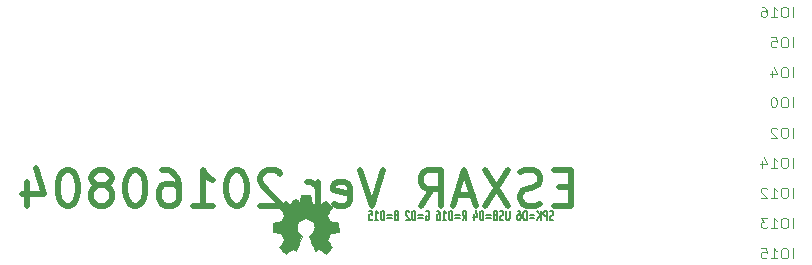
<source format=gbr>
G04 #@! TF.FileFunction,Legend,Bot*
%FSLAX46Y46*%
G04 Gerber Fmt 4.6, Leading zero omitted, Abs format (unit mm)*
G04 Created by KiCad (PCBNEW 4.0.2+dfsg1-stable) date 2016年08月04日 20時34分36秒*
%MOMM*%
G01*
G04 APERTURE LIST*
%ADD10C,0.100000*%
%ADD11C,0.500000*%
%ADD12C,0.132500*%
%ADD13C,0.002540*%
G04 APERTURE END LIST*
D10*
X203785714Y-98034000D02*
X203785714Y-97194000D01*
X203185715Y-97194000D02*
X203014286Y-97194000D01*
X202928572Y-97234000D01*
X202842858Y-97314000D01*
X202800000Y-97474000D01*
X202800000Y-97754000D01*
X202842858Y-97914000D01*
X202928572Y-97994000D01*
X203014286Y-98034000D01*
X203185715Y-98034000D01*
X203271429Y-97994000D01*
X203357143Y-97914000D01*
X203400000Y-97754000D01*
X203400000Y-97474000D01*
X203357143Y-97314000D01*
X203271429Y-97234000D01*
X203185715Y-97194000D01*
X201942858Y-98034000D02*
X202457143Y-98034000D01*
X202200001Y-98034000D02*
X202200001Y-97194000D01*
X202285715Y-97314000D01*
X202371429Y-97394000D01*
X202457143Y-97434000D01*
X201171429Y-97194000D02*
X201342858Y-97194000D01*
X201428572Y-97234000D01*
X201471429Y-97274000D01*
X201557143Y-97394000D01*
X201600000Y-97554000D01*
X201600000Y-97874000D01*
X201557143Y-97954000D01*
X201514286Y-97994000D01*
X201428572Y-98034000D01*
X201257143Y-98034000D01*
X201171429Y-97994000D01*
X201128572Y-97954000D01*
X201085715Y-97874000D01*
X201085715Y-97674000D01*
X201128572Y-97594000D01*
X201171429Y-97554000D01*
X201257143Y-97514000D01*
X201428572Y-97514000D01*
X201514286Y-97554000D01*
X201557143Y-97594000D01*
X201600000Y-97674000D01*
X203785714Y-100586000D02*
X203785714Y-99746000D01*
X203185715Y-99746000D02*
X203014286Y-99746000D01*
X202928572Y-99786000D01*
X202842858Y-99866000D01*
X202800000Y-100026000D01*
X202800000Y-100306000D01*
X202842858Y-100466000D01*
X202928572Y-100546000D01*
X203014286Y-100586000D01*
X203185715Y-100586000D01*
X203271429Y-100546000D01*
X203357143Y-100466000D01*
X203400000Y-100306000D01*
X203400000Y-100026000D01*
X203357143Y-99866000D01*
X203271429Y-99786000D01*
X203185715Y-99746000D01*
X201985715Y-99746000D02*
X202414286Y-99746000D01*
X202457143Y-100146000D01*
X202414286Y-100106000D01*
X202328572Y-100066000D01*
X202114286Y-100066000D01*
X202028572Y-100106000D01*
X201985715Y-100146000D01*
X201942858Y-100226000D01*
X201942858Y-100426000D01*
X201985715Y-100506000D01*
X202028572Y-100546000D01*
X202114286Y-100586000D01*
X202328572Y-100586000D01*
X202414286Y-100546000D01*
X202457143Y-100506000D01*
X203785714Y-103138000D02*
X203785714Y-102298000D01*
X203185715Y-102298000D02*
X203014286Y-102298000D01*
X202928572Y-102338000D01*
X202842858Y-102418000D01*
X202800000Y-102578000D01*
X202800000Y-102858000D01*
X202842858Y-103018000D01*
X202928572Y-103098000D01*
X203014286Y-103138000D01*
X203185715Y-103138000D01*
X203271429Y-103098000D01*
X203357143Y-103018000D01*
X203400000Y-102858000D01*
X203400000Y-102578000D01*
X203357143Y-102418000D01*
X203271429Y-102338000D01*
X203185715Y-102298000D01*
X202028572Y-102578000D02*
X202028572Y-103138000D01*
X202242858Y-102258000D02*
X202457143Y-102858000D01*
X201900001Y-102858000D01*
X203785714Y-105690000D02*
X203785714Y-104850000D01*
X203185715Y-104850000D02*
X203014286Y-104850000D01*
X202928572Y-104890000D01*
X202842858Y-104970000D01*
X202800000Y-105130000D01*
X202800000Y-105410000D01*
X202842858Y-105570000D01*
X202928572Y-105650000D01*
X203014286Y-105690000D01*
X203185715Y-105690000D01*
X203271429Y-105650000D01*
X203357143Y-105570000D01*
X203400000Y-105410000D01*
X203400000Y-105130000D01*
X203357143Y-104970000D01*
X203271429Y-104890000D01*
X203185715Y-104850000D01*
X202242858Y-104850000D02*
X202157143Y-104850000D01*
X202071429Y-104890000D01*
X202028572Y-104930000D01*
X201985715Y-105010000D01*
X201942858Y-105170000D01*
X201942858Y-105370000D01*
X201985715Y-105530000D01*
X202028572Y-105610000D01*
X202071429Y-105650000D01*
X202157143Y-105690000D01*
X202242858Y-105690000D01*
X202328572Y-105650000D01*
X202371429Y-105610000D01*
X202414286Y-105530000D01*
X202457143Y-105370000D01*
X202457143Y-105170000D01*
X202414286Y-105010000D01*
X202371429Y-104930000D01*
X202328572Y-104890000D01*
X202242858Y-104850000D01*
X203785714Y-108242000D02*
X203785714Y-107402000D01*
X203185715Y-107402000D02*
X203014286Y-107402000D01*
X202928572Y-107442000D01*
X202842858Y-107522000D01*
X202800000Y-107682000D01*
X202800000Y-107962000D01*
X202842858Y-108122000D01*
X202928572Y-108202000D01*
X203014286Y-108242000D01*
X203185715Y-108242000D01*
X203271429Y-108202000D01*
X203357143Y-108122000D01*
X203400000Y-107962000D01*
X203400000Y-107682000D01*
X203357143Y-107522000D01*
X203271429Y-107442000D01*
X203185715Y-107402000D01*
X202457143Y-107482000D02*
X202414286Y-107442000D01*
X202328572Y-107402000D01*
X202114286Y-107402000D01*
X202028572Y-107442000D01*
X201985715Y-107482000D01*
X201942858Y-107562000D01*
X201942858Y-107642000D01*
X201985715Y-107762000D01*
X202500001Y-108242000D01*
X201942858Y-108242000D01*
X203785714Y-110794000D02*
X203785714Y-109954000D01*
X203185715Y-109954000D02*
X203014286Y-109954000D01*
X202928572Y-109994000D01*
X202842858Y-110074000D01*
X202800000Y-110234000D01*
X202800000Y-110514000D01*
X202842858Y-110674000D01*
X202928572Y-110754000D01*
X203014286Y-110794000D01*
X203185715Y-110794000D01*
X203271429Y-110754000D01*
X203357143Y-110674000D01*
X203400000Y-110514000D01*
X203400000Y-110234000D01*
X203357143Y-110074000D01*
X203271429Y-109994000D01*
X203185715Y-109954000D01*
X201942858Y-110794000D02*
X202457143Y-110794000D01*
X202200001Y-110794000D02*
X202200001Y-109954000D01*
X202285715Y-110074000D01*
X202371429Y-110154000D01*
X202457143Y-110194000D01*
X201171429Y-110234000D02*
X201171429Y-110794000D01*
X201385715Y-109914000D02*
X201600000Y-110514000D01*
X201042858Y-110514000D01*
X203785714Y-113346000D02*
X203785714Y-112506000D01*
X203185715Y-112506000D02*
X203014286Y-112506000D01*
X202928572Y-112546000D01*
X202842858Y-112626000D01*
X202800000Y-112786000D01*
X202800000Y-113066000D01*
X202842858Y-113226000D01*
X202928572Y-113306000D01*
X203014286Y-113346000D01*
X203185715Y-113346000D01*
X203271429Y-113306000D01*
X203357143Y-113226000D01*
X203400000Y-113066000D01*
X203400000Y-112786000D01*
X203357143Y-112626000D01*
X203271429Y-112546000D01*
X203185715Y-112506000D01*
X201942858Y-113346000D02*
X202457143Y-113346000D01*
X202200001Y-113346000D02*
X202200001Y-112506000D01*
X202285715Y-112626000D01*
X202371429Y-112706000D01*
X202457143Y-112746000D01*
X201600000Y-112586000D02*
X201557143Y-112546000D01*
X201471429Y-112506000D01*
X201257143Y-112506000D01*
X201171429Y-112546000D01*
X201128572Y-112586000D01*
X201085715Y-112666000D01*
X201085715Y-112746000D01*
X201128572Y-112866000D01*
X201642858Y-113346000D01*
X201085715Y-113346000D01*
X203785714Y-115898000D02*
X203785714Y-115058000D01*
X203185715Y-115058000D02*
X203014286Y-115058000D01*
X202928572Y-115098000D01*
X202842858Y-115178000D01*
X202800000Y-115338000D01*
X202800000Y-115618000D01*
X202842858Y-115778000D01*
X202928572Y-115858000D01*
X203014286Y-115898000D01*
X203185715Y-115898000D01*
X203271429Y-115858000D01*
X203357143Y-115778000D01*
X203400000Y-115618000D01*
X203400000Y-115338000D01*
X203357143Y-115178000D01*
X203271429Y-115098000D01*
X203185715Y-115058000D01*
X201942858Y-115898000D02*
X202457143Y-115898000D01*
X202200001Y-115898000D02*
X202200001Y-115058000D01*
X202285715Y-115178000D01*
X202371429Y-115258000D01*
X202457143Y-115298000D01*
X201642858Y-115058000D02*
X201085715Y-115058000D01*
X201385715Y-115378000D01*
X201257143Y-115378000D01*
X201171429Y-115418000D01*
X201128572Y-115458000D01*
X201085715Y-115538000D01*
X201085715Y-115738000D01*
X201128572Y-115818000D01*
X201171429Y-115858000D01*
X201257143Y-115898000D01*
X201514286Y-115898000D01*
X201600000Y-115858000D01*
X201642858Y-115818000D01*
X203785714Y-118450000D02*
X203785714Y-117610000D01*
X203185715Y-117610000D02*
X203014286Y-117610000D01*
X202928572Y-117650000D01*
X202842858Y-117730000D01*
X202800000Y-117890000D01*
X202800000Y-118170000D01*
X202842858Y-118330000D01*
X202928572Y-118410000D01*
X203014286Y-118450000D01*
X203185715Y-118450000D01*
X203271429Y-118410000D01*
X203357143Y-118330000D01*
X203400000Y-118170000D01*
X203400000Y-117890000D01*
X203357143Y-117730000D01*
X203271429Y-117650000D01*
X203185715Y-117610000D01*
X201942858Y-118450000D02*
X202457143Y-118450000D01*
X202200001Y-118450000D02*
X202200001Y-117610000D01*
X202285715Y-117730000D01*
X202371429Y-117810000D01*
X202457143Y-117850000D01*
X201128572Y-117610000D02*
X201557143Y-117610000D01*
X201600000Y-118010000D01*
X201557143Y-117970000D01*
X201471429Y-117930000D01*
X201257143Y-117930000D01*
X201171429Y-117970000D01*
X201128572Y-118010000D01*
X201085715Y-118090000D01*
X201085715Y-118290000D01*
X201128572Y-118370000D01*
X201171429Y-118410000D01*
X201257143Y-118450000D01*
X201471429Y-118450000D01*
X201557143Y-118410000D01*
X201600000Y-118370000D01*
D11*
X184996429Y-112434714D02*
X183996429Y-112434714D01*
X183567858Y-114006143D02*
X184996429Y-114006143D01*
X184996429Y-111006143D01*
X183567858Y-111006143D01*
X182425000Y-113863286D02*
X181996429Y-114006143D01*
X181282143Y-114006143D01*
X180996429Y-113863286D01*
X180853572Y-113720429D01*
X180710715Y-113434714D01*
X180710715Y-113149000D01*
X180853572Y-112863286D01*
X180996429Y-112720429D01*
X181282143Y-112577571D01*
X181853572Y-112434714D01*
X182139286Y-112291857D01*
X182282143Y-112149000D01*
X182425000Y-111863286D01*
X182425000Y-111577571D01*
X182282143Y-111291857D01*
X182139286Y-111149000D01*
X181853572Y-111006143D01*
X181139286Y-111006143D01*
X180710715Y-111149000D01*
X179710715Y-111006143D02*
X177710715Y-114006143D01*
X177710715Y-111006143D02*
X179710715Y-114006143D01*
X176710714Y-113149000D02*
X175282143Y-113149000D01*
X176996429Y-114006143D02*
X175996429Y-111006143D01*
X174996429Y-114006143D01*
X172282143Y-114006143D02*
X173282143Y-112577571D01*
X173996428Y-114006143D02*
X173996428Y-111006143D01*
X172853571Y-111006143D01*
X172567857Y-111149000D01*
X172425000Y-111291857D01*
X172282143Y-111577571D01*
X172282143Y-112006143D01*
X172425000Y-112291857D01*
X172567857Y-112434714D01*
X172853571Y-112577571D01*
X173996428Y-112577571D01*
X169139286Y-111006143D02*
X168139286Y-114006143D01*
X167139286Y-111006143D01*
X164996428Y-113863286D02*
X165282142Y-114006143D01*
X165853571Y-114006143D01*
X166139285Y-113863286D01*
X166282142Y-113577571D01*
X166282142Y-112434714D01*
X166139285Y-112149000D01*
X165853571Y-112006143D01*
X165282142Y-112006143D01*
X164996428Y-112149000D01*
X164853571Y-112434714D01*
X164853571Y-112720429D01*
X166282142Y-113006143D01*
X163567856Y-114006143D02*
X163567856Y-112006143D01*
X163567856Y-112577571D02*
X163424999Y-112291857D01*
X163282142Y-112149000D01*
X162996428Y-112006143D01*
X162710713Y-112006143D01*
X161710713Y-113720429D02*
X161567856Y-113863286D01*
X161710713Y-114006143D01*
X161853570Y-113863286D01*
X161710713Y-113720429D01*
X161710713Y-114006143D01*
X160424999Y-111291857D02*
X160282142Y-111149000D01*
X159996428Y-111006143D01*
X159282142Y-111006143D01*
X158996428Y-111149000D01*
X158853571Y-111291857D01*
X158710714Y-111577571D01*
X158710714Y-111863286D01*
X158853571Y-112291857D01*
X160567857Y-114006143D01*
X158710714Y-114006143D01*
X156853571Y-111006143D02*
X156567856Y-111006143D01*
X156282142Y-111149000D01*
X156139285Y-111291857D01*
X155996428Y-111577571D01*
X155853571Y-112149000D01*
X155853571Y-112863286D01*
X155996428Y-113434714D01*
X156139285Y-113720429D01*
X156282142Y-113863286D01*
X156567856Y-114006143D01*
X156853571Y-114006143D01*
X157139285Y-113863286D01*
X157282142Y-113720429D01*
X157424999Y-113434714D01*
X157567856Y-112863286D01*
X157567856Y-112149000D01*
X157424999Y-111577571D01*
X157282142Y-111291857D01*
X157139285Y-111149000D01*
X156853571Y-111006143D01*
X152996428Y-114006143D02*
X154710713Y-114006143D01*
X153853571Y-114006143D02*
X153853571Y-111006143D01*
X154139285Y-111434714D01*
X154424999Y-111720429D01*
X154710713Y-111863286D01*
X150424999Y-111006143D02*
X150996428Y-111006143D01*
X151282142Y-111149000D01*
X151424999Y-111291857D01*
X151710713Y-111720429D01*
X151853570Y-112291857D01*
X151853570Y-113434714D01*
X151710713Y-113720429D01*
X151567856Y-113863286D01*
X151282142Y-114006143D01*
X150710713Y-114006143D01*
X150424999Y-113863286D01*
X150282142Y-113720429D01*
X150139285Y-113434714D01*
X150139285Y-112720429D01*
X150282142Y-112434714D01*
X150424999Y-112291857D01*
X150710713Y-112149000D01*
X151282142Y-112149000D01*
X151567856Y-112291857D01*
X151710713Y-112434714D01*
X151853570Y-112720429D01*
X148282142Y-111006143D02*
X147996427Y-111006143D01*
X147710713Y-111149000D01*
X147567856Y-111291857D01*
X147424999Y-111577571D01*
X147282142Y-112149000D01*
X147282142Y-112863286D01*
X147424999Y-113434714D01*
X147567856Y-113720429D01*
X147710713Y-113863286D01*
X147996427Y-114006143D01*
X148282142Y-114006143D01*
X148567856Y-113863286D01*
X148710713Y-113720429D01*
X148853570Y-113434714D01*
X148996427Y-112863286D01*
X148996427Y-112149000D01*
X148853570Y-111577571D01*
X148710713Y-111291857D01*
X148567856Y-111149000D01*
X148282142Y-111006143D01*
X145567856Y-112291857D02*
X145853570Y-112149000D01*
X145996427Y-112006143D01*
X146139284Y-111720429D01*
X146139284Y-111577571D01*
X145996427Y-111291857D01*
X145853570Y-111149000D01*
X145567856Y-111006143D01*
X144996427Y-111006143D01*
X144710713Y-111149000D01*
X144567856Y-111291857D01*
X144424999Y-111577571D01*
X144424999Y-111720429D01*
X144567856Y-112006143D01*
X144710713Y-112149000D01*
X144996427Y-112291857D01*
X145567856Y-112291857D01*
X145853570Y-112434714D01*
X145996427Y-112577571D01*
X146139284Y-112863286D01*
X146139284Y-113434714D01*
X145996427Y-113720429D01*
X145853570Y-113863286D01*
X145567856Y-114006143D01*
X144996427Y-114006143D01*
X144710713Y-113863286D01*
X144567856Y-113720429D01*
X144424999Y-113434714D01*
X144424999Y-112863286D01*
X144567856Y-112577571D01*
X144710713Y-112434714D01*
X144996427Y-112291857D01*
X142567856Y-111006143D02*
X142282141Y-111006143D01*
X141996427Y-111149000D01*
X141853570Y-111291857D01*
X141710713Y-111577571D01*
X141567856Y-112149000D01*
X141567856Y-112863286D01*
X141710713Y-113434714D01*
X141853570Y-113720429D01*
X141996427Y-113863286D01*
X142282141Y-114006143D01*
X142567856Y-114006143D01*
X142853570Y-113863286D01*
X142996427Y-113720429D01*
X143139284Y-113434714D01*
X143282141Y-112863286D01*
X143282141Y-112149000D01*
X143139284Y-111577571D01*
X142996427Y-111291857D01*
X142853570Y-111149000D01*
X142567856Y-111006143D01*
X138996427Y-112006143D02*
X138996427Y-114006143D01*
X139710713Y-110863286D02*
X140424998Y-113006143D01*
X138567856Y-113006143D01*
D12*
X183515691Y-115195310D02*
X183439976Y-115233405D01*
X183313786Y-115233405D01*
X183263310Y-115195310D01*
X183238072Y-115157214D01*
X183212833Y-115081024D01*
X183212833Y-115004833D01*
X183238072Y-114928643D01*
X183263310Y-114890548D01*
X183313786Y-114852452D01*
X183414738Y-114814357D01*
X183465214Y-114776262D01*
X183490453Y-114738167D01*
X183515691Y-114661976D01*
X183515691Y-114585786D01*
X183490453Y-114509595D01*
X183465214Y-114471500D01*
X183414738Y-114433405D01*
X183288548Y-114433405D01*
X183212833Y-114471500D01*
X182985691Y-115233405D02*
X182985691Y-114433405D01*
X182783786Y-114433405D01*
X182733310Y-114471500D01*
X182708071Y-114509595D01*
X182682833Y-114585786D01*
X182682833Y-114700071D01*
X182708071Y-114776262D01*
X182733310Y-114814357D01*
X182783786Y-114852452D01*
X182985691Y-114852452D01*
X182455691Y-115233405D02*
X182455691Y-114433405D01*
X182152833Y-115233405D02*
X182379976Y-114776262D01*
X182152833Y-114433405D02*
X182455691Y-114890548D01*
X181925691Y-114814357D02*
X181521881Y-114814357D01*
X181521881Y-115042929D02*
X181925691Y-115042929D01*
X181269501Y-115233405D02*
X181269501Y-114433405D01*
X181143310Y-114433405D01*
X181067596Y-114471500D01*
X181017120Y-114547690D01*
X180991881Y-114623881D01*
X180966643Y-114776262D01*
X180966643Y-114890548D01*
X180991881Y-115042929D01*
X181017120Y-115119119D01*
X181067596Y-115195310D01*
X181143310Y-115233405D01*
X181269501Y-115233405D01*
X180512358Y-114433405D02*
X180613310Y-114433405D01*
X180663786Y-114471500D01*
X180689024Y-114509595D01*
X180739501Y-114623881D01*
X180764739Y-114776262D01*
X180764739Y-115081024D01*
X180739501Y-115157214D01*
X180714262Y-115195310D01*
X180663786Y-115233405D01*
X180562834Y-115233405D01*
X180512358Y-115195310D01*
X180487120Y-115157214D01*
X180461881Y-115081024D01*
X180461881Y-114890548D01*
X180487120Y-114814357D01*
X180512358Y-114776262D01*
X180562834Y-114738167D01*
X180663786Y-114738167D01*
X180714262Y-114776262D01*
X180739501Y-114814357D01*
X180764739Y-114890548D01*
X179830929Y-114433405D02*
X179830929Y-115081024D01*
X179805690Y-115157214D01*
X179780452Y-115195310D01*
X179729976Y-115233405D01*
X179629024Y-115233405D01*
X179578548Y-115195310D01*
X179553309Y-115157214D01*
X179528071Y-115081024D01*
X179528071Y-114433405D01*
X179300929Y-115195310D02*
X179225214Y-115233405D01*
X179099024Y-115233405D01*
X179048548Y-115195310D01*
X179023310Y-115157214D01*
X178998071Y-115081024D01*
X178998071Y-115004833D01*
X179023310Y-114928643D01*
X179048548Y-114890548D01*
X179099024Y-114852452D01*
X179199976Y-114814357D01*
X179250452Y-114776262D01*
X179275691Y-114738167D01*
X179300929Y-114661976D01*
X179300929Y-114585786D01*
X179275691Y-114509595D01*
X179250452Y-114471500D01*
X179199976Y-114433405D01*
X179073786Y-114433405D01*
X178998071Y-114471500D01*
X178594262Y-114814357D02*
X178518548Y-114852452D01*
X178493309Y-114890548D01*
X178468071Y-114966738D01*
X178468071Y-115081024D01*
X178493309Y-115157214D01*
X178518548Y-115195310D01*
X178569024Y-115233405D01*
X178770929Y-115233405D01*
X178770929Y-114433405D01*
X178594262Y-114433405D01*
X178543786Y-114471500D01*
X178518548Y-114509595D01*
X178493309Y-114585786D01*
X178493309Y-114661976D01*
X178518548Y-114738167D01*
X178543786Y-114776262D01*
X178594262Y-114814357D01*
X178770929Y-114814357D01*
X178240929Y-114814357D02*
X177837119Y-114814357D01*
X177837119Y-115042929D02*
X178240929Y-115042929D01*
X177584739Y-115233405D02*
X177584739Y-114433405D01*
X177458548Y-114433405D01*
X177382834Y-114471500D01*
X177332358Y-114547690D01*
X177307119Y-114623881D01*
X177281881Y-114776262D01*
X177281881Y-114890548D01*
X177307119Y-115042929D01*
X177332358Y-115119119D01*
X177382834Y-115195310D01*
X177458548Y-115233405D01*
X177584739Y-115233405D01*
X176827596Y-114700071D02*
X176827596Y-115233405D01*
X176953786Y-114395310D02*
X177079977Y-114966738D01*
X176751881Y-114966738D01*
X175843309Y-115233405D02*
X176019976Y-114852452D01*
X176146167Y-115233405D02*
X176146167Y-114433405D01*
X175944262Y-114433405D01*
X175893786Y-114471500D01*
X175868547Y-114509595D01*
X175843309Y-114585786D01*
X175843309Y-114700071D01*
X175868547Y-114776262D01*
X175893786Y-114814357D01*
X175944262Y-114852452D01*
X176146167Y-114852452D01*
X175616167Y-114814357D02*
X175212357Y-114814357D01*
X175212357Y-115042929D02*
X175616167Y-115042929D01*
X174959977Y-115233405D02*
X174959977Y-114433405D01*
X174833786Y-114433405D01*
X174758072Y-114471500D01*
X174707596Y-114547690D01*
X174682357Y-114623881D01*
X174657119Y-114776262D01*
X174657119Y-114890548D01*
X174682357Y-115042929D01*
X174707596Y-115119119D01*
X174758072Y-115195310D01*
X174833786Y-115233405D01*
X174959977Y-115233405D01*
X174152357Y-115233405D02*
X174455215Y-115233405D01*
X174303786Y-115233405D02*
X174303786Y-114433405D01*
X174354262Y-114547690D01*
X174404738Y-114623881D01*
X174455215Y-114661976D01*
X173698072Y-114433405D02*
X173799024Y-114433405D01*
X173849500Y-114471500D01*
X173874738Y-114509595D01*
X173925215Y-114623881D01*
X173950453Y-114776262D01*
X173950453Y-115081024D01*
X173925215Y-115157214D01*
X173899976Y-115195310D01*
X173849500Y-115233405D01*
X173748548Y-115233405D01*
X173698072Y-115195310D01*
X173672834Y-115157214D01*
X173647595Y-115081024D01*
X173647595Y-114890548D01*
X173672834Y-114814357D01*
X173698072Y-114776262D01*
X173748548Y-114738167D01*
X173849500Y-114738167D01*
X173899976Y-114776262D01*
X173925215Y-114814357D01*
X173950453Y-114890548D01*
X172739023Y-114471500D02*
X172789500Y-114433405D01*
X172865214Y-114433405D01*
X172940928Y-114471500D01*
X172991404Y-114547690D01*
X173016643Y-114623881D01*
X173041881Y-114776262D01*
X173041881Y-114890548D01*
X173016643Y-115042929D01*
X172991404Y-115119119D01*
X172940928Y-115195310D01*
X172865214Y-115233405D01*
X172814738Y-115233405D01*
X172739023Y-115195310D01*
X172713785Y-115157214D01*
X172713785Y-114890548D01*
X172814738Y-114890548D01*
X172486643Y-114814357D02*
X172082833Y-114814357D01*
X172082833Y-115042929D02*
X172486643Y-115042929D01*
X171830453Y-115233405D02*
X171830453Y-114433405D01*
X171704262Y-114433405D01*
X171628548Y-114471500D01*
X171578072Y-114547690D01*
X171552833Y-114623881D01*
X171527595Y-114776262D01*
X171527595Y-114890548D01*
X171552833Y-115042929D01*
X171578072Y-115119119D01*
X171628548Y-115195310D01*
X171704262Y-115233405D01*
X171830453Y-115233405D01*
X171325691Y-114509595D02*
X171300453Y-114471500D01*
X171249976Y-114433405D01*
X171123786Y-114433405D01*
X171073310Y-114471500D01*
X171048072Y-114509595D01*
X171022833Y-114585786D01*
X171022833Y-114661976D01*
X171048072Y-114776262D01*
X171350929Y-115233405D01*
X171022833Y-115233405D01*
X170215214Y-114814357D02*
X170139500Y-114852452D01*
X170114261Y-114890548D01*
X170089023Y-114966738D01*
X170089023Y-115081024D01*
X170114261Y-115157214D01*
X170139500Y-115195310D01*
X170189976Y-115233405D01*
X170391881Y-115233405D01*
X170391881Y-114433405D01*
X170215214Y-114433405D01*
X170164738Y-114471500D01*
X170139500Y-114509595D01*
X170114261Y-114585786D01*
X170114261Y-114661976D01*
X170139500Y-114738167D01*
X170164738Y-114776262D01*
X170215214Y-114814357D01*
X170391881Y-114814357D01*
X169861881Y-114814357D02*
X169458071Y-114814357D01*
X169458071Y-115042929D02*
X169861881Y-115042929D01*
X169205691Y-115233405D02*
X169205691Y-114433405D01*
X169079500Y-114433405D01*
X169003786Y-114471500D01*
X168953310Y-114547690D01*
X168928071Y-114623881D01*
X168902833Y-114776262D01*
X168902833Y-114890548D01*
X168928071Y-115042929D01*
X168953310Y-115119119D01*
X169003786Y-115195310D01*
X169079500Y-115233405D01*
X169205691Y-115233405D01*
X168398071Y-115233405D02*
X168700929Y-115233405D01*
X168549500Y-115233405D02*
X168549500Y-114433405D01*
X168599976Y-114547690D01*
X168650452Y-114623881D01*
X168700929Y-114661976D01*
X167918548Y-114433405D02*
X168170929Y-114433405D01*
X168196167Y-114814357D01*
X168170929Y-114776262D01*
X168120452Y-114738167D01*
X167994262Y-114738167D01*
X167943786Y-114776262D01*
X167918548Y-114814357D01*
X167893309Y-114890548D01*
X167893309Y-115081024D01*
X167918548Y-115157214D01*
X167943786Y-115195310D01*
X167994262Y-115233405D01*
X168120452Y-115233405D01*
X168170929Y-115195310D01*
X168196167Y-115157214D01*
D13*
G36*
X164246560Y-118069360D02*
X164216080Y-118054120D01*
X164152580Y-118013480D01*
X164058600Y-117952520D01*
X163949380Y-117878860D01*
X163837620Y-117802660D01*
X163748720Y-117741700D01*
X163685220Y-117701060D01*
X163657280Y-117688360D01*
X163644580Y-117693440D01*
X163591240Y-117718840D01*
X163515040Y-117756940D01*
X163471860Y-117779800D01*
X163400740Y-117810280D01*
X163367720Y-117815360D01*
X163360100Y-117807740D01*
X163334700Y-117754400D01*
X163296600Y-117662960D01*
X163243260Y-117541040D01*
X163182300Y-117401340D01*
X163118800Y-117248940D01*
X163052760Y-117094000D01*
X162991800Y-116944140D01*
X162938460Y-116812060D01*
X162895280Y-116702840D01*
X162864800Y-116629180D01*
X162854640Y-116596160D01*
X162857180Y-116588540D01*
X162892740Y-116555520D01*
X162953700Y-116509800D01*
X163085780Y-116403120D01*
X163215320Y-116240560D01*
X163294060Y-116055140D01*
X163322000Y-115851940D01*
X163299140Y-115661440D01*
X163222940Y-115478560D01*
X163095940Y-115316000D01*
X162943540Y-115194080D01*
X162763200Y-115115340D01*
X162560000Y-115092480D01*
X162366960Y-115112800D01*
X162181540Y-115186460D01*
X162016440Y-115310920D01*
X161947860Y-115392200D01*
X161851340Y-115557300D01*
X161798000Y-115735100D01*
X161790380Y-115780820D01*
X161800540Y-115976400D01*
X161856420Y-116161820D01*
X161960560Y-116329460D01*
X162102800Y-116466620D01*
X162120580Y-116481860D01*
X162189160Y-116530120D01*
X162232340Y-116565680D01*
X162267900Y-116593620D01*
X162018980Y-117193060D01*
X161978340Y-117287040D01*
X161909760Y-117452140D01*
X161851340Y-117591840D01*
X161803080Y-117703600D01*
X161770060Y-117779800D01*
X161754820Y-117810280D01*
X161752280Y-117810280D01*
X161731960Y-117815360D01*
X161686240Y-117797580D01*
X161602420Y-117756940D01*
X161546540Y-117729000D01*
X161483040Y-117698520D01*
X161455100Y-117688360D01*
X161429700Y-117701060D01*
X161368740Y-117739160D01*
X161279840Y-117800120D01*
X161173160Y-117873780D01*
X161071560Y-117942360D01*
X160977580Y-118003320D01*
X160909000Y-118046500D01*
X160875980Y-118064280D01*
X160870900Y-118064280D01*
X160840420Y-118049040D01*
X160787080Y-118003320D01*
X160705800Y-117927120D01*
X160588960Y-117812820D01*
X160571180Y-117795040D01*
X160477200Y-117698520D01*
X160401000Y-117617240D01*
X160347660Y-117561360D01*
X160329880Y-117533420D01*
X160329880Y-117533420D01*
X160347660Y-117500400D01*
X160390840Y-117434360D01*
X160451800Y-117337840D01*
X160528000Y-117226080D01*
X160726120Y-116939060D01*
X160616900Y-116667280D01*
X160583880Y-116583460D01*
X160540700Y-116481860D01*
X160510220Y-116410740D01*
X160494980Y-116377720D01*
X160464500Y-116367560D01*
X160390840Y-116349780D01*
X160281620Y-116326920D01*
X160152080Y-116304060D01*
X160030160Y-116281200D01*
X159920940Y-116260880D01*
X159839660Y-116245640D01*
X159804100Y-116238020D01*
X159793940Y-116232940D01*
X159788860Y-116215160D01*
X159783780Y-116177060D01*
X159781240Y-116111020D01*
X159778700Y-116004340D01*
X159778700Y-115851940D01*
X159778700Y-115834160D01*
X159781240Y-115686840D01*
X159783780Y-115572540D01*
X159786320Y-115496340D01*
X159791400Y-115465860D01*
X159791400Y-115465860D01*
X159826960Y-115458240D01*
X159905700Y-115440460D01*
X160014920Y-115420140D01*
X160147000Y-115394740D01*
X160157160Y-115392200D01*
X160286700Y-115366800D01*
X160398460Y-115343940D01*
X160474660Y-115326160D01*
X160507680Y-115316000D01*
X160515300Y-115305840D01*
X160540700Y-115255040D01*
X160578800Y-115173760D01*
X160621980Y-115074700D01*
X160665160Y-114970560D01*
X160703260Y-114879120D01*
X160728660Y-114808000D01*
X160736280Y-114777520D01*
X160733740Y-114777520D01*
X160715960Y-114744500D01*
X160670240Y-114675920D01*
X160606740Y-114581940D01*
X160528000Y-114470180D01*
X160522920Y-114462560D01*
X160446720Y-114350800D01*
X160385760Y-114256820D01*
X160345120Y-114188240D01*
X160329880Y-114157760D01*
X160329880Y-114157760D01*
X160355280Y-114124740D01*
X160411160Y-114061240D01*
X160492440Y-113974880D01*
X160591500Y-113878360D01*
X160621980Y-113847880D01*
X160728660Y-113741200D01*
X160804860Y-113672620D01*
X160850580Y-113634520D01*
X160873440Y-113626900D01*
X160875980Y-113626900D01*
X160909000Y-113647220D01*
X160977580Y-113692940D01*
X161074100Y-113758980D01*
X161185860Y-113835180D01*
X161193480Y-113840260D01*
X161305240Y-113916460D01*
X161399220Y-113979960D01*
X161465260Y-114023140D01*
X161493200Y-114040920D01*
X161498280Y-114040920D01*
X161544000Y-114025680D01*
X161622740Y-113997740D01*
X161719260Y-113962180D01*
X161823400Y-113919000D01*
X161914840Y-113880900D01*
X161985960Y-113847880D01*
X162018980Y-113830100D01*
X162018980Y-113827560D01*
X162031680Y-113789460D01*
X162052000Y-113705640D01*
X162074860Y-113591340D01*
X162100260Y-113454180D01*
X162105340Y-113431320D01*
X162130740Y-113299240D01*
X162151060Y-113190020D01*
X162166300Y-113113820D01*
X162173920Y-113083340D01*
X162194240Y-113078260D01*
X162257740Y-113073180D01*
X162356800Y-113070640D01*
X162476180Y-113070640D01*
X162600640Y-113070640D01*
X162725100Y-113073180D01*
X162829240Y-113078260D01*
X162905440Y-113083340D01*
X162935920Y-113088420D01*
X162935920Y-113090960D01*
X162948620Y-113131600D01*
X162966400Y-113215420D01*
X162989260Y-113329720D01*
X163017200Y-113466880D01*
X163022280Y-113492280D01*
X163045140Y-113624360D01*
X163068000Y-113731040D01*
X163083240Y-113807240D01*
X163093400Y-113835180D01*
X163103560Y-113842800D01*
X163159440Y-113865660D01*
X163248340Y-113903760D01*
X163357560Y-113946940D01*
X163611560Y-114051080D01*
X163923980Y-113835180D01*
X163954460Y-113817400D01*
X164066220Y-113741200D01*
X164157660Y-113677700D01*
X164221160Y-113637060D01*
X164249100Y-113621820D01*
X164251640Y-113624360D01*
X164282120Y-113649760D01*
X164343080Y-113708180D01*
X164429440Y-113792000D01*
X164525960Y-113888520D01*
X164599620Y-113962180D01*
X164685980Y-114048540D01*
X164739320Y-114106960D01*
X164769800Y-114145060D01*
X164779960Y-114167920D01*
X164777420Y-114183160D01*
X164757100Y-114216180D01*
X164711380Y-114284760D01*
X164647880Y-114378740D01*
X164571680Y-114490500D01*
X164508180Y-114581940D01*
X164442140Y-114686080D01*
X164396420Y-114762280D01*
X164381180Y-114797840D01*
X164386260Y-114813080D01*
X164406580Y-114874040D01*
X164444680Y-114968020D01*
X164490400Y-115077240D01*
X164599620Y-115323620D01*
X164762180Y-115356640D01*
X164861240Y-115374420D01*
X164998400Y-115399820D01*
X165127940Y-115425220D01*
X165333680Y-115465860D01*
X165341300Y-116217700D01*
X165310820Y-116232940D01*
X165280340Y-116240560D01*
X165204140Y-116258340D01*
X165094920Y-116278660D01*
X164967920Y-116304060D01*
X164858700Y-116324380D01*
X164746940Y-116344700D01*
X164668200Y-116359940D01*
X164632640Y-116367560D01*
X164625020Y-116377720D01*
X164597080Y-116431060D01*
X164558980Y-116517420D01*
X164515800Y-116619020D01*
X164470080Y-116723160D01*
X164431980Y-116822220D01*
X164404040Y-116895880D01*
X164393880Y-116933980D01*
X164409120Y-116961920D01*
X164452300Y-117027960D01*
X164513260Y-117119400D01*
X164586920Y-117228620D01*
X164660580Y-117337840D01*
X164724080Y-117431820D01*
X164767260Y-117497860D01*
X164787580Y-117528340D01*
X164777420Y-117551200D01*
X164734240Y-117602000D01*
X164650420Y-117688360D01*
X164528500Y-117810280D01*
X164508180Y-117828060D01*
X164411660Y-117922040D01*
X164327840Y-117998240D01*
X164271960Y-118049040D01*
X164246560Y-118069360D01*
X164246560Y-118069360D01*
G37*
X164246560Y-118069360D02*
X164216080Y-118054120D01*
X164152580Y-118013480D01*
X164058600Y-117952520D01*
X163949380Y-117878860D01*
X163837620Y-117802660D01*
X163748720Y-117741700D01*
X163685220Y-117701060D01*
X163657280Y-117688360D01*
X163644580Y-117693440D01*
X163591240Y-117718840D01*
X163515040Y-117756940D01*
X163471860Y-117779800D01*
X163400740Y-117810280D01*
X163367720Y-117815360D01*
X163360100Y-117807740D01*
X163334700Y-117754400D01*
X163296600Y-117662960D01*
X163243260Y-117541040D01*
X163182300Y-117401340D01*
X163118800Y-117248940D01*
X163052760Y-117094000D01*
X162991800Y-116944140D01*
X162938460Y-116812060D01*
X162895280Y-116702840D01*
X162864800Y-116629180D01*
X162854640Y-116596160D01*
X162857180Y-116588540D01*
X162892740Y-116555520D01*
X162953700Y-116509800D01*
X163085780Y-116403120D01*
X163215320Y-116240560D01*
X163294060Y-116055140D01*
X163322000Y-115851940D01*
X163299140Y-115661440D01*
X163222940Y-115478560D01*
X163095940Y-115316000D01*
X162943540Y-115194080D01*
X162763200Y-115115340D01*
X162560000Y-115092480D01*
X162366960Y-115112800D01*
X162181540Y-115186460D01*
X162016440Y-115310920D01*
X161947860Y-115392200D01*
X161851340Y-115557300D01*
X161798000Y-115735100D01*
X161790380Y-115780820D01*
X161800540Y-115976400D01*
X161856420Y-116161820D01*
X161960560Y-116329460D01*
X162102800Y-116466620D01*
X162120580Y-116481860D01*
X162189160Y-116530120D01*
X162232340Y-116565680D01*
X162267900Y-116593620D01*
X162018980Y-117193060D01*
X161978340Y-117287040D01*
X161909760Y-117452140D01*
X161851340Y-117591840D01*
X161803080Y-117703600D01*
X161770060Y-117779800D01*
X161754820Y-117810280D01*
X161752280Y-117810280D01*
X161731960Y-117815360D01*
X161686240Y-117797580D01*
X161602420Y-117756940D01*
X161546540Y-117729000D01*
X161483040Y-117698520D01*
X161455100Y-117688360D01*
X161429700Y-117701060D01*
X161368740Y-117739160D01*
X161279840Y-117800120D01*
X161173160Y-117873780D01*
X161071560Y-117942360D01*
X160977580Y-118003320D01*
X160909000Y-118046500D01*
X160875980Y-118064280D01*
X160870900Y-118064280D01*
X160840420Y-118049040D01*
X160787080Y-118003320D01*
X160705800Y-117927120D01*
X160588960Y-117812820D01*
X160571180Y-117795040D01*
X160477200Y-117698520D01*
X160401000Y-117617240D01*
X160347660Y-117561360D01*
X160329880Y-117533420D01*
X160329880Y-117533420D01*
X160347660Y-117500400D01*
X160390840Y-117434360D01*
X160451800Y-117337840D01*
X160528000Y-117226080D01*
X160726120Y-116939060D01*
X160616900Y-116667280D01*
X160583880Y-116583460D01*
X160540700Y-116481860D01*
X160510220Y-116410740D01*
X160494980Y-116377720D01*
X160464500Y-116367560D01*
X160390840Y-116349780D01*
X160281620Y-116326920D01*
X160152080Y-116304060D01*
X160030160Y-116281200D01*
X159920940Y-116260880D01*
X159839660Y-116245640D01*
X159804100Y-116238020D01*
X159793940Y-116232940D01*
X159788860Y-116215160D01*
X159783780Y-116177060D01*
X159781240Y-116111020D01*
X159778700Y-116004340D01*
X159778700Y-115851940D01*
X159778700Y-115834160D01*
X159781240Y-115686840D01*
X159783780Y-115572540D01*
X159786320Y-115496340D01*
X159791400Y-115465860D01*
X159791400Y-115465860D01*
X159826960Y-115458240D01*
X159905700Y-115440460D01*
X160014920Y-115420140D01*
X160147000Y-115394740D01*
X160157160Y-115392200D01*
X160286700Y-115366800D01*
X160398460Y-115343940D01*
X160474660Y-115326160D01*
X160507680Y-115316000D01*
X160515300Y-115305840D01*
X160540700Y-115255040D01*
X160578800Y-115173760D01*
X160621980Y-115074700D01*
X160665160Y-114970560D01*
X160703260Y-114879120D01*
X160728660Y-114808000D01*
X160736280Y-114777520D01*
X160733740Y-114777520D01*
X160715960Y-114744500D01*
X160670240Y-114675920D01*
X160606740Y-114581940D01*
X160528000Y-114470180D01*
X160522920Y-114462560D01*
X160446720Y-114350800D01*
X160385760Y-114256820D01*
X160345120Y-114188240D01*
X160329880Y-114157760D01*
X160329880Y-114157760D01*
X160355280Y-114124740D01*
X160411160Y-114061240D01*
X160492440Y-113974880D01*
X160591500Y-113878360D01*
X160621980Y-113847880D01*
X160728660Y-113741200D01*
X160804860Y-113672620D01*
X160850580Y-113634520D01*
X160873440Y-113626900D01*
X160875980Y-113626900D01*
X160909000Y-113647220D01*
X160977580Y-113692940D01*
X161074100Y-113758980D01*
X161185860Y-113835180D01*
X161193480Y-113840260D01*
X161305240Y-113916460D01*
X161399220Y-113979960D01*
X161465260Y-114023140D01*
X161493200Y-114040920D01*
X161498280Y-114040920D01*
X161544000Y-114025680D01*
X161622740Y-113997740D01*
X161719260Y-113962180D01*
X161823400Y-113919000D01*
X161914840Y-113880900D01*
X161985960Y-113847880D01*
X162018980Y-113830100D01*
X162018980Y-113827560D01*
X162031680Y-113789460D01*
X162052000Y-113705640D01*
X162074860Y-113591340D01*
X162100260Y-113454180D01*
X162105340Y-113431320D01*
X162130740Y-113299240D01*
X162151060Y-113190020D01*
X162166300Y-113113820D01*
X162173920Y-113083340D01*
X162194240Y-113078260D01*
X162257740Y-113073180D01*
X162356800Y-113070640D01*
X162476180Y-113070640D01*
X162600640Y-113070640D01*
X162725100Y-113073180D01*
X162829240Y-113078260D01*
X162905440Y-113083340D01*
X162935920Y-113088420D01*
X162935920Y-113090960D01*
X162948620Y-113131600D01*
X162966400Y-113215420D01*
X162989260Y-113329720D01*
X163017200Y-113466880D01*
X163022280Y-113492280D01*
X163045140Y-113624360D01*
X163068000Y-113731040D01*
X163083240Y-113807240D01*
X163093400Y-113835180D01*
X163103560Y-113842800D01*
X163159440Y-113865660D01*
X163248340Y-113903760D01*
X163357560Y-113946940D01*
X163611560Y-114051080D01*
X163923980Y-113835180D01*
X163954460Y-113817400D01*
X164066220Y-113741200D01*
X164157660Y-113677700D01*
X164221160Y-113637060D01*
X164249100Y-113621820D01*
X164251640Y-113624360D01*
X164282120Y-113649760D01*
X164343080Y-113708180D01*
X164429440Y-113792000D01*
X164525960Y-113888520D01*
X164599620Y-113962180D01*
X164685980Y-114048540D01*
X164739320Y-114106960D01*
X164769800Y-114145060D01*
X164779960Y-114167920D01*
X164777420Y-114183160D01*
X164757100Y-114216180D01*
X164711380Y-114284760D01*
X164647880Y-114378740D01*
X164571680Y-114490500D01*
X164508180Y-114581940D01*
X164442140Y-114686080D01*
X164396420Y-114762280D01*
X164381180Y-114797840D01*
X164386260Y-114813080D01*
X164406580Y-114874040D01*
X164444680Y-114968020D01*
X164490400Y-115077240D01*
X164599620Y-115323620D01*
X164762180Y-115356640D01*
X164861240Y-115374420D01*
X164998400Y-115399820D01*
X165127940Y-115425220D01*
X165333680Y-115465860D01*
X165341300Y-116217700D01*
X165310820Y-116232940D01*
X165280340Y-116240560D01*
X165204140Y-116258340D01*
X165094920Y-116278660D01*
X164967920Y-116304060D01*
X164858700Y-116324380D01*
X164746940Y-116344700D01*
X164668200Y-116359940D01*
X164632640Y-116367560D01*
X164625020Y-116377720D01*
X164597080Y-116431060D01*
X164558980Y-116517420D01*
X164515800Y-116619020D01*
X164470080Y-116723160D01*
X164431980Y-116822220D01*
X164404040Y-116895880D01*
X164393880Y-116933980D01*
X164409120Y-116961920D01*
X164452300Y-117027960D01*
X164513260Y-117119400D01*
X164586920Y-117228620D01*
X164660580Y-117337840D01*
X164724080Y-117431820D01*
X164767260Y-117497860D01*
X164787580Y-117528340D01*
X164777420Y-117551200D01*
X164734240Y-117602000D01*
X164650420Y-117688360D01*
X164528500Y-117810280D01*
X164508180Y-117828060D01*
X164411660Y-117922040D01*
X164327840Y-117998240D01*
X164271960Y-118049040D01*
X164246560Y-118069360D01*
M02*

</source>
